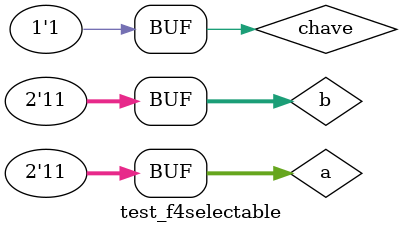
<source format=v>


module f4selectable (output [1:0] s0, output [1:0] s1, input [1:0]a, input [1:0]b);
	or or1(s0[0],a[0],b[0]);
	or or2(s0[1],a[1],b[1]);
	and and1(s1[0],a[0],b[0]);
	and and2(s1[1],a[1],b[1]);
endmodule //f4 selectable

module chave(s,a,b,sinal);
	input [1:0]a;
	input [1:0]b;
	input sinal;
	output [1:0]s;
	reg [1:0]s;
	
	always @(a or b or sinal)
	
	begin
		if(~sinal)
			s = a;
		else
			s = b;
	end
endmodule

module test_f4selectable;
	//definir dados
	reg [1:0] a;
	reg [1:0] b;
	reg chave;
	wire [1:0] w0;
	wire [1:0] w1;
	wire [1:0] s;
	
	//instancia
	f4selectable f4s1(w0,w1,a,b);
	chave chave1(s,w0,w1, chave);
	
	//valor inicial
	initial begin
		a = 2'b00;
		b = 2'b00;
		chave = 0;
	end
	
	//parte principal
	initial begin
		$display("Exemplo0032 - Julio Machado - 435666");
		$display("LU selectable - running tests -(0):or,(1):and");
		$display("\nchave\t a   (| ou &)   b = s");
		$monitor("%b\t %4b or/and %4b = %4b", chave,a,b,s);
		#1 chave = 1;
		#1 a = 2'b00; b = 2'b01; chave = 0;
		#1 chave = 1;
		
		#1 chave = 1;
		#1 b = 2'b10; chave = 0;
		#1 chave = 1;
		
		#1 chave = 1;
		#1 b = 2'b11; chave = 0;
		#1 chave = 1;
		
		#1 chave = 1;
		#1 a = 2'b01; b = 2'b00; chave = 0;
		#1 chave = 1;
		
		#1 chave = 1;
		#1 b = 2'b01; chave = 0;
		#1 chave = 1;
		
		#1 chave = 1;
		#1 b = 2'b10; chave = 0;
		#1 chave = 1;
		
		#1 chave = 1;
		#1 b = 2'b11; chave = 0;
		#1 chave = 1;
		
		#1 chave = 1;
		#1 a = 2'b10; b = 2'b00; chave = 0;
		#1 chave = 1;
		
		#1 chave = 1;
		#1 b = 2'b01; chave = 0;
		#1 chave = 1;
		
		#1 chave = 1;
		#1 b = 2'b10; chave = 0;
		#1 chave = 1;
		
		#1 chave = 1;
		#1 b = 2'b11; chave = 0;
		#1 chave = 1;
		
		#1 chave = 1;
		#1 a = 2'b11; b = 2'b00; chave = 0;
		#1 chave = 1;
		
		#1 chave = 1;
		#1 b = 2'b01; chave = 0;
		#1 chave = 1;
		
		#1 chave = 1;
		#1 b = 2'b10; chave = 0;
		#1 chave = 1;
		
		#1 chave = 1;
		#1 b = 2'b11; chave = 0;
		#1 chave = 1;
	end
	
endmodule //teste_f4selectable
</source>
